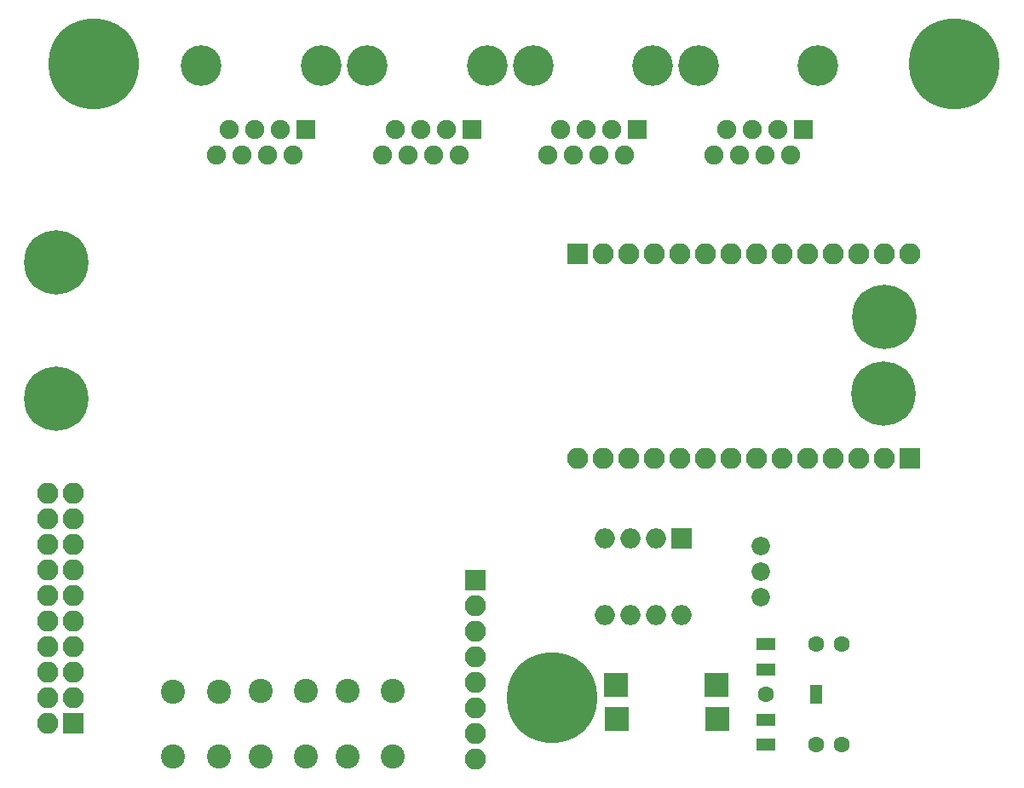
<source format=gbs>
G04 #@! TF.GenerationSoftware,KiCad,Pcbnew,(5.0.0-rc2-dev-340-g7483a73a5)*
G04 #@! TF.CreationDate,2018-05-31T20:40:01+02:00*
G04 #@! TF.ProjectId,AudiA6Main,4175646941364D61696E2E6B69636164,rev?*
G04 #@! TF.SameCoordinates,Original*
G04 #@! TF.FileFunction,Soldermask,Bot*
G04 #@! TF.FilePolarity,Negative*
%FSLAX46Y46*%
G04 Gerber Fmt 4.6, Leading zero omitted, Abs format (unit mm)*
G04 Created by KiCad (PCBNEW (5.0.0-rc2-dev-340-g7483a73a5)) date 05/31/18 20:40:01*
%MOMM*%
%LPD*%
G01*
G04 APERTURE LIST*
%ADD10C,9.000000*%
%ADD11R,2.100000X2.100000*%
%ADD12O,2.100000X2.100000*%
%ADD13R,1.900000X1.200000*%
%ADD14C,1.600000*%
%ADD15R,1.200000X1.900000*%
%ADD16C,1.900000*%
%ADD17R,1.900000X1.900000*%
%ADD18C,4.050000*%
%ADD19C,2.400000*%
%ADD20O,2.000000X2.000000*%
%ADD21R,2.000000X2.000000*%
%ADD22C,6.399480*%
%ADD23R,2.398980X2.398980*%
%ADD24C,1.840000*%
G04 APERTURE END LIST*
D10*
X47900000Y-104050000D03*
X133400000Y-104050000D03*
D11*
X95980000Y-122920000D03*
D12*
X98520000Y-122920000D03*
X101060000Y-122920000D03*
X103600000Y-122920000D03*
X106140000Y-122920000D03*
X108680000Y-122920000D03*
X111220000Y-122920000D03*
X113760000Y-122920000D03*
X116300000Y-122920000D03*
X118840000Y-122920000D03*
X121380000Y-122920000D03*
X123920000Y-122920000D03*
X126460000Y-122920000D03*
X129000000Y-122920000D03*
D13*
X114700000Y-161700000D03*
X114700000Y-171700000D03*
X114700000Y-164200000D03*
X114700000Y-169200000D03*
D14*
X114700000Y-166700000D03*
X119700000Y-161700000D03*
X122200000Y-161700000D03*
X119700000Y-171700000D03*
X122200000Y-171700000D03*
D15*
X119700000Y-166700000D03*
D11*
X85850000Y-155300000D03*
D12*
X85850000Y-157840000D03*
X85850000Y-160380000D03*
X85850000Y-162920000D03*
X85850000Y-165460000D03*
X85850000Y-168000000D03*
X85850000Y-170540000D03*
X85850000Y-173080000D03*
D16*
X109499999Y-113054999D03*
X110769999Y-110514999D03*
X112039999Y-113054999D03*
X113309999Y-110514999D03*
X114579999Y-113054999D03*
X115849999Y-110514999D03*
X117119999Y-113054999D03*
D17*
X118389999Y-110514999D03*
D18*
X119879999Y-104164999D03*
X108009999Y-104164999D03*
X91539999Y-104164999D03*
X103409999Y-104164999D03*
D17*
X101919999Y-110514999D03*
D16*
X100649999Y-113054999D03*
X99379999Y-110514999D03*
X98109999Y-113054999D03*
X96839999Y-110514999D03*
X95569999Y-113054999D03*
X94299999Y-110514999D03*
X93029999Y-113054999D03*
X60085000Y-113090000D03*
X61355000Y-110550000D03*
X62625000Y-113090000D03*
X63895000Y-110550000D03*
X65165000Y-113090000D03*
X66435000Y-110550000D03*
X67705000Y-113090000D03*
D17*
X68975000Y-110550000D03*
D18*
X70465000Y-104200000D03*
X58595000Y-104200000D03*
X75095000Y-104200000D03*
X86965000Y-104200000D03*
D17*
X85475000Y-110550000D03*
D16*
X84205000Y-113090000D03*
X82935000Y-110550000D03*
X81665000Y-113090000D03*
X80395000Y-110550000D03*
X79125000Y-113090000D03*
X77855000Y-110550000D03*
X76585000Y-113090000D03*
D12*
X95970000Y-143240000D03*
X98510000Y-143240000D03*
X101050000Y-143240000D03*
X103590000Y-143240000D03*
X106130000Y-143240000D03*
X108670000Y-143240000D03*
X111210000Y-143240000D03*
X113750000Y-143240000D03*
X116290000Y-143240000D03*
X118830000Y-143240000D03*
X121370000Y-143240000D03*
X123910000Y-143240000D03*
X126450000Y-143240000D03*
D11*
X128990000Y-143240000D03*
D19*
X60300000Y-172900000D03*
X55800000Y-172900000D03*
X60300000Y-166400000D03*
X55800000Y-166400000D03*
D20*
X106300000Y-158770000D03*
X98680000Y-151150000D03*
X103760000Y-158770000D03*
X101220000Y-151150000D03*
X101220000Y-158770000D03*
X103760000Y-151150000D03*
X98680000Y-158770000D03*
D21*
X106300000Y-151150000D03*
D19*
X73082500Y-166379999D03*
X77582500Y-166379999D03*
X73082500Y-172879999D03*
X77582500Y-172879999D03*
X68975000Y-172875000D03*
X64475000Y-172875000D03*
X68975000Y-166375000D03*
X64475000Y-166375000D03*
D12*
X43310000Y-146740000D03*
X45850000Y-146740000D03*
X43310000Y-149280000D03*
X45850000Y-149280000D03*
X43310000Y-151820000D03*
X45850000Y-151820000D03*
X43310000Y-154360000D03*
X45850000Y-154360000D03*
X43310000Y-156900000D03*
X45850000Y-156900000D03*
X43310000Y-159440000D03*
X45850000Y-159440000D03*
X43310000Y-161980000D03*
X45850000Y-161980000D03*
X43310000Y-164520000D03*
X45850000Y-164520000D03*
X43310000Y-167060000D03*
X45850000Y-167060000D03*
X43310000Y-169600000D03*
D11*
X45850000Y-169600000D03*
D22*
X126350000Y-136800000D03*
X126500000Y-129150000D03*
X44200000Y-137300000D03*
X44200000Y-123750000D03*
D23*
X109802280Y-165750000D03*
X99799760Y-165750000D03*
X99849760Y-169150000D03*
X109852280Y-169150000D03*
D24*
X114150000Y-151970000D03*
X114150000Y-154510000D03*
X114150000Y-157050000D03*
D10*
X93400000Y-167050000D03*
M02*

</source>
